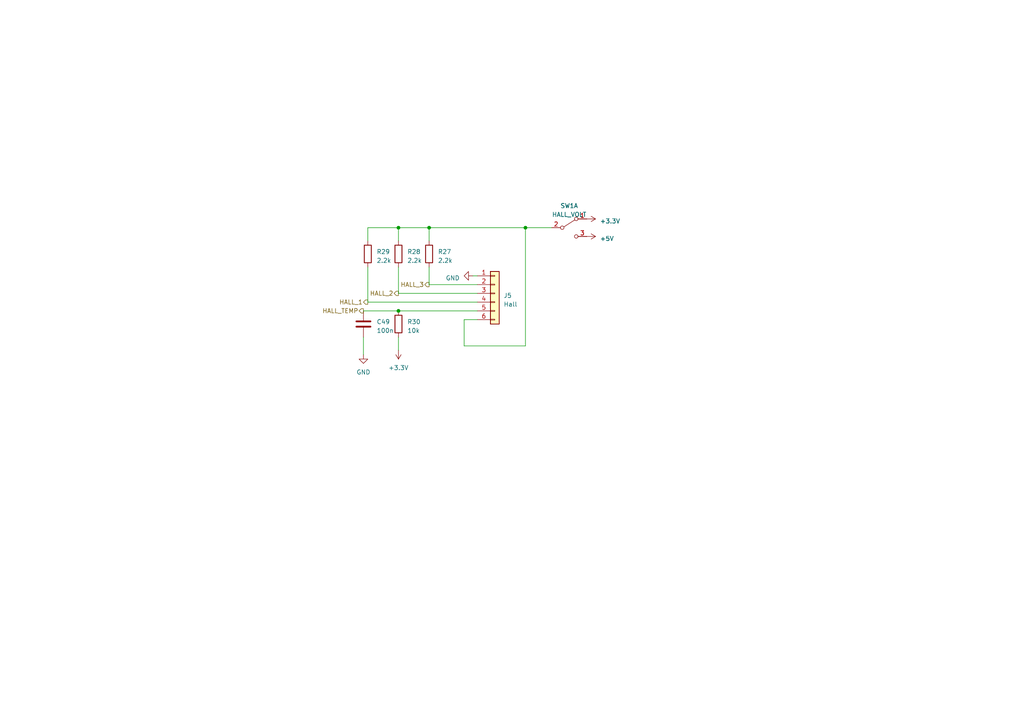
<source format=kicad_sch>
(kicad_sch (version 20230121) (generator eeschema)
  (paper "A4")
  (lib_symbols
    (symbol "Connector_Generic:Conn_01x06" (pin_names (offset 1.016) hide)
      (property "Reference" "J" (at 0 7.62 0))
      (property "Value" "Conn_01x06" (at 0 -10.16 0))
      (symbol "Conn_01x06_1_1"
        (rectangle (start -1.27 -7.493) (end 0 -7.747) (stroke (width 0.1524)))
        (rectangle (start -1.27 -4.953) (end 0 -5.207) (stroke (width 0.1524)))
        (rectangle (start -1.27 -2.413) (end 0 -2.667) (stroke (width 0.1524)))
        (rectangle (start -1.27 0.127) (end 0 -0.127) (stroke (width 0.1524)))
        (rectangle (start -1.27 2.667) (end 0 2.413) (stroke (width 0.1524)))
        (rectangle (start -1.27 5.207) (end 0 4.953) (stroke (width 0.1524)))
        (rectangle (start -1.27 6.35) (end 1.27 -8.89) (stroke (width 0.254)) (fill (type background)))
        (pin passive line (at -5.08 5.08 0) (length 3.81) (name "Pin_1") (number "1"))
        (pin passive line (at -5.08 2.54 0) (length 3.81) (name "Pin_2") (number "2"))
        (pin passive line (at -5.08 0 0) (length 3.81) (name "Pin_3") (number "3"))
        (pin passive line (at -5.08 -2.54 0) (length 3.81) (name "Pin_4") (number "4"))
        (pin passive line (at -5.08 -5.08 0) (length 3.81) (name "Pin_5") (number "5"))
        (pin passive line (at -5.08 -7.62 0) (length 3.81) (name "Pin_6") (number "6"))
      )
    )
    (symbol "Device:C" (pin_numbers hide) (pin_names (offset 0.254))
      (property "Reference" "C" (at 0.635 2.54 0))
      (property "Value" "C" (at 0.635 -2.54 0))
      (symbol "C_0_1"
        (polyline (pts (xy -2.032 -0.762) (xy 2.032 -0.762)) (stroke (width 0.508)))
        (polyline (pts (xy -2.032 0.762) (xy 2.032 0.762)) (stroke (width 0.508)))
      )
      (symbol "C_1_1"
        (pin passive line (at 0 3.81 270) (length 2.794) (name "~") (number "1"))
        (pin passive line (at 0 -3.81 90) (length 2.794) (name "~") (number "2"))
      )
    )
    (symbol "Device:R" (pin_numbers hide) (pin_names (offset 0))
      (property "Reference" "R" (at 2.032 0 90))
      (property "Value" "R" (at 0 0 90))
      (symbol "R_0_1"
        (rectangle (start -1.016 -2.54) (end 1.016 2.54) (stroke (width 0.254)))
      )
      (symbol "R_1_1"
        (pin passive line (at 0 3.81 270) (length 1.27) (name "~") (number "1"))
        (pin passive line (at 0 -3.81 90) (length 1.27) (name "~") (number "2"))
      )
    )
    (symbol "Switch:SW_DPDT_x2" (pin_names (offset 0) hide)
      (property "Reference" "SW" (at 0 4.318 0))
      (property "Value" "SW_DPDT_x2" (at 0 -5.08 0))
      (symbol "SW_DPDT_x2_0_0"
        (circle (center -2.032 0) (radius 0.508))
        (circle (center 2.032 -2.54) (radius 0.508))
      )
      (symbol "SW_DPDT_x2_0_1"
        (polyline (pts (xy -1.524 0.254) (xy 1.651 2.286)))
        (circle (center 2.032 2.54) (radius 0.508))
      )
      (symbol "SW_DPDT_x2_1_1"
        (pin passive line (at 5.08 2.54 180) (length 2.54) (name "A") (number "1"))
        (pin passive line (at -5.08 0 0) (length 2.54) (name "B") (number "2"))
        (pin passive line (at 5.08 -2.54 180) (length 2.54) (name "C") (number "3"))
      )
      (symbol "SW_DPDT_x2_2_1"
        (pin passive line (at 5.08 2.54 180) (length 2.54) (name "A") (number "4"))
        (pin passive line (at -5.08 0 0) (length 2.54) (name "B") (number "5"))
        (pin passive line (at 5.08 -2.54 180) (length 2.54) (name "C") (number "6"))
      )
    )
    (symbol "power:+3.3V" (power) (pin_names (offset 0))
      (property "Value" "+3.3V" (at 0 3.556 0))
      (symbol "+3.3V_0_1"
        (polyline (pts (xy -0.762 1.27) (xy 0 2.54)))
        (polyline (pts (xy 0 0) (xy 0 2.54)))
        (polyline (pts (xy 0 2.54) (xy 0.762 1.27)))
      )
      (symbol "+3.3V_1_1"
        (pin power_in line (at 0 0 90) (length 0) hide (name "+3.3V") (number "1"))
      )
    )
    (symbol "power:+5V" (power) (pin_names (offset 0))
      (property "Value" "+5V" (at 0 3.556 0))
      (symbol "+5V_0_1"
        (polyline (pts (xy -0.762 1.27) (xy 0 2.54)))
        (polyline (pts (xy 0 0) (xy 0 2.54)))
        (polyline (pts (xy 0 2.54) (xy 0.762 1.27)))
      )
      (symbol "+5V_1_1"
        (pin power_in line (at 0 0 90) (length 0) hide (name "+5V") (number "1"))
      )
    )
    (symbol "power:GND" (power) (pin_names (offset 0))
      (property "Value" "GND" (at 0 -3.81 0))
      (symbol "GND_0_1"
        (polyline (pts (xy 0 0) (xy 0 -1.27) (xy 1.27 -1.27) (xy 0 -2.54) (xy -1.27 -1.27) (xy 0 -1.27)))
      )
      (symbol "GND_1_1"
        (pin power_in line (at 0 0 270) (length 0) hide (name "GND") (number "1"))
      )
    )
  )
  (junction (at 124.46 66.04))
  (junction (at 115.57 66.04))
  (junction (at 152.4 66.04))
  (junction (at 115.57 90.17))
  (wire (pts (xy 124.46 66.04) (xy 115.57 66.04)))
  (wire (pts (xy 106.68 77.47) (xy 106.68 87.63)))
  (wire (pts (xy 115.57 85.09) (xy 115.57 77.47)))
  (wire (pts (xy 105.41 90.17) (xy 115.57 90.17)))
  (wire (pts (xy 152.4 66.04) (xy 160.02 66.04)))
  (wire (pts (xy 115.57 66.04) (xy 106.68 66.04)))
  (wire (pts (xy 115.57 90.17) (xy 138.43 90.17)))
  (wire (pts (xy 152.4 66.04) (xy 152.4 100.33)))
  (wire (pts (xy 105.41 97.79) (xy 105.41 102.87)))
  (wire (pts (xy 124.46 66.04) (xy 152.4 66.04)))
  (wire (pts (xy 124.46 66.04) (xy 124.46 69.85)))
  (wire (pts (xy 115.57 101.6) (xy 115.57 97.79)))
  (wire (pts (xy 115.57 85.09) (xy 138.43 85.09)))
  (wire (pts (xy 124.46 82.55) (xy 124.46 77.47)))
  (wire (pts (xy 115.57 66.04) (xy 115.57 69.85)))
  (wire (pts (xy 106.68 66.04) (xy 106.68 69.85)))
  (wire (pts (xy 134.62 92.71) (xy 134.62 100.33)))
  (wire (pts (xy 138.43 92.71) (xy 134.62 92.71)))
  (wire (pts (xy 134.62 100.33) (xy 152.4 100.33)))
  (wire (pts (xy 106.68 87.63) (xy 138.43 87.63)))
  (wire (pts (xy 124.46 82.55) (xy 138.43 82.55)))
  (wire (pts (xy 137.16 80.01) (xy 138.43 80.01)))
  (hierarchical_label "HALL_3" (shape output) (at 124.46 82.55 180))
  (hierarchical_label "HALL_1" (shape output) (at 106.68 87.63 180))
  (hierarchical_label "HALL_2" (shape output) (at 115.57 85.09 180))
  (hierarchical_label "HALL_TEMP" (shape output) (at 105.41 90.17 180))
  (symbol (lib_id "Device:R") (at 115.57 73.66 0) (unit 1)
    (property "Reference" "R28" (at 118.11 73.025 0) (effects (justify left)))
    (property "Value" "2.2k" (at 118.11 75.565 0) (effects (justify left)))
  )
  (symbol (lib_id "power:GND") (at 137.16 80.01 270) (unit 1)
    (property "Reference" "#PWR050" (effects hide))
    (property "Value" "GND" (at 133.35 80.645 90) (effects (justify right)))
  )
  (symbol (lib_id "Connector_Generic:Conn_01x06") (at 143.51 85.09 0) (unit 1)
    (property "Reference" "J5" (at 146.05 85.725 0) (effects (justify left)))
    (property "Value" "Hall" (at 146.05 88.265 0) (effects (justify left)))
  )
  (symbol (lib_id "power:+5V") (at 170.18 68.58 270) (unit 1)
    (property "Reference" "#PWR053" (effects hide))
    (property "Value" "+5V" (at 173.99 69.215 90) (effects (justify left)))
  )
  (symbol (lib_id "Switch:SW_DPDT_x2") (at 165.1 66.04 0) (unit 1)
    (property "Reference" "SW1" (at 165.1 59.69 0))
    (property "Value" "HALL_VOLT" (at 165.1 62.23 0))
  )
  (symbol (lib_id "power:+3.3V") (at 170.18 63.5 270) (unit 1)
    (property "Reference" "#PWR052" (effects hide))
    (property "Value" "+3.3V" (at 173.99 64.135 90) (effects (justify left)))
  )
  (symbol (lib_id "Device:R") (at 106.68 73.66 0) (unit 1)
    (property "Reference" "R29" (at 109.22 73.025 0) (effects (justify left)))
    (property "Value" "2.2k" (at 109.22 75.565 0) (effects (justify left)))
  )
  (symbol (lib_id "power:GND") (at 105.41 102.87 0) (unit 1)
    (property "Reference" "#PWR054" (effects hide))
    (property "Value" "GND" (at 105.41 107.95 0))
  )
  (symbol (lib_id "power:+3.3V") (at 115.57 101.6 180) (unit 1)
    (property "Reference" "#PWR051" (effects hide))
    (property "Value" "+3.3V" (at 115.57 106.68 0))
  )
  (symbol (lib_id "Device:R") (at 124.46 73.66 0) (unit 1)
    (property "Reference" "R27" (at 127 73.025 0) (effects (justify left)))
    (property "Value" "2.2k" (at 127 75.565 0) (effects (justify left)))
  )
  (symbol (lib_id "Device:R") (at 115.57 93.98 180) (unit 1)
    (property "Reference" "R30" (at 118.11 93.345 0) (effects (justify right)))
    (property "Value" "10k" (at 118.11 95.885 0) (effects (justify right)))
  )
  (symbol (lib_id "Device:C") (at 105.41 93.98 180) (unit 1)
    (property "Reference" "C49" (at 109.22 93.345 0) (effects (justify right)))
    (property "Value" "100n" (at 109.22 95.885 0) (effects (justify right)))
  )
)
</source>
